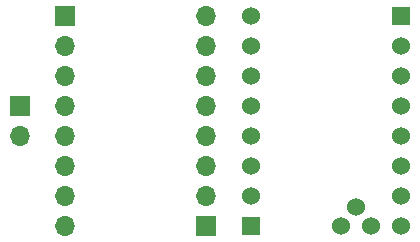
<source format=gbr>
%TF.GenerationSoftware,KiCad,Pcbnew,(6.0.11-0)*%
%TF.CreationDate,2023-02-12T12:51:19-05:00*%
%TF.ProjectId,TMC-Breakout,544d432d-4272-4656-916b-6f75742e6b69,1.0.0*%
%TF.SameCoordinates,Original*%
%TF.FileFunction,Soldermask,Bot*%
%TF.FilePolarity,Negative*%
%FSLAX46Y46*%
G04 Gerber Fmt 4.6, Leading zero omitted, Abs format (unit mm)*
G04 Created by KiCad (PCBNEW (6.0.11-0)) date 2023-02-12 12:51:19*
%MOMM*%
%LPD*%
G01*
G04 APERTURE LIST*
%ADD10R,1.700000X1.700000*%
%ADD11O,1.700000X1.700000*%
%ADD12R,1.524000X1.524000*%
%ADD13C,1.524000*%
G04 APERTURE END LIST*
D10*
%TO.C,J102*%
X129515000Y-97790000D03*
D11*
X129515000Y-95250000D03*
X129515000Y-92710000D03*
X129515000Y-90170000D03*
X129515000Y-87630000D03*
X129515000Y-85090000D03*
X129515000Y-82550000D03*
X129515000Y-80010000D03*
%TD*%
D12*
%TO.C,U101*%
X146050000Y-80010000D03*
D13*
X146050000Y-82550000D03*
X146050000Y-85090000D03*
X146050000Y-87630000D03*
X146050000Y-90170000D03*
X146050000Y-92710000D03*
X146050000Y-95250000D03*
X146050000Y-97790000D03*
D12*
X133350000Y-97790000D03*
D13*
X133350000Y-95250000D03*
X133350000Y-92710000D03*
X133350000Y-90170000D03*
X133350000Y-87630000D03*
X133350000Y-85090000D03*
X133350000Y-82550000D03*
X133350000Y-80010000D03*
X140970000Y-97790000D03*
X143510000Y-97790000D03*
X142240000Y-96139000D03*
%TD*%
D10*
%TO.C,J101*%
X117564000Y-80025000D03*
D11*
X117564000Y-82565000D03*
X117564000Y-85105000D03*
X117564000Y-87645000D03*
X117564000Y-90185000D03*
X117564000Y-92725000D03*
X117564000Y-95265000D03*
X117564000Y-97805000D03*
%TD*%
D10*
%TO.C,J103*%
X113792000Y-87650000D03*
D11*
X113792000Y-90190000D03*
%TD*%
M02*

</source>
